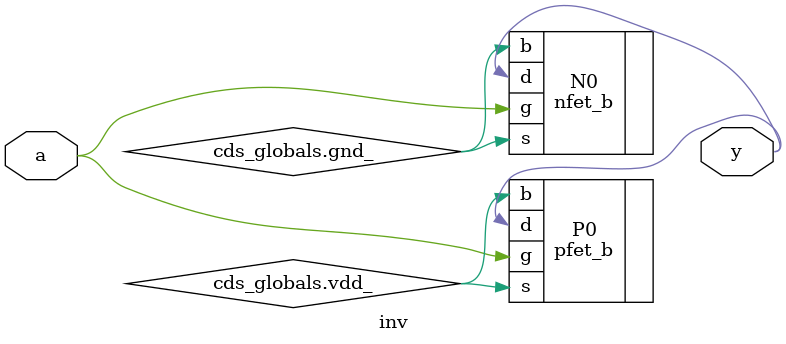
<source format=v>
`timescale 1ns / 1ns 

module inv ( y, a );

output  y;

input  a;


specify 
    specparam CDS_LIBNAME  = "static";
    specparam CDS_CELLNAME = "inv";
    specparam CDS_VIEWNAME = "schematic";
endspecify

nfet_b  N0 ( .d(y), .g(a), .s(cds_globals.gnd_), .b(cds_globals.gnd_));
pfet_b  P0 ( .b(cds_globals.vdd_), .g(a), .s(cds_globals.vdd_), .d(y));

endmodule

</source>
